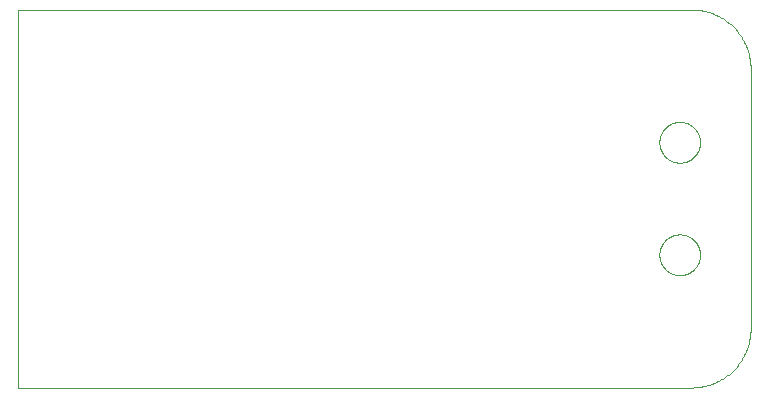
<source format=gbo>
G75*
%MOIN*%
%OFA0B0*%
%FSLAX26Y26*%
%IPPOS*%
%LPD*%
%AMOC8*
5,1,8,0,0,1.08239X$1,22.5*
%
%ADD10C,0.000000*%
D10*
X00000000Y00000000D02*
X02244094Y00000000D01*
X02248851Y00000057D01*
X02253604Y00000230D01*
X02258353Y00000517D01*
X02263093Y00000919D01*
X02267822Y00001435D01*
X02272537Y00002066D01*
X02277235Y00002810D01*
X02281914Y00003667D01*
X02286571Y00004638D01*
X02291203Y00005720D01*
X02295808Y00006914D01*
X02300382Y00008219D01*
X02304924Y00009635D01*
X02309430Y00011159D01*
X02313898Y00012792D01*
X02318325Y00014533D01*
X02322709Y00016379D01*
X02327047Y00018332D01*
X02331336Y00020388D01*
X02335575Y00022548D01*
X02339760Y00024809D01*
X02343889Y00027171D01*
X02347960Y00029632D01*
X02351970Y00032191D01*
X02355918Y00034846D01*
X02359800Y00037595D01*
X02363614Y00040437D01*
X02367359Y00043371D01*
X02371031Y00046394D01*
X02374630Y00049506D01*
X02378152Y00052703D01*
X02381596Y00055984D01*
X02384960Y00059348D01*
X02388241Y00062792D01*
X02391438Y00066314D01*
X02394550Y00069913D01*
X02397573Y00073585D01*
X02400507Y00077330D01*
X02403349Y00081144D01*
X02406098Y00085026D01*
X02408753Y00088974D01*
X02411312Y00092984D01*
X02413773Y00097055D01*
X02416135Y00101184D01*
X02418396Y00105369D01*
X02420556Y00109608D01*
X02422612Y00113897D01*
X02424565Y00118235D01*
X02426411Y00122619D01*
X02428152Y00127046D01*
X02429785Y00131514D01*
X02431309Y00136020D01*
X02432725Y00140562D01*
X02434030Y00145136D01*
X02435224Y00149741D01*
X02436306Y00154373D01*
X02437277Y00159030D01*
X02438134Y00163709D01*
X02438878Y00168407D01*
X02439509Y00173122D01*
X02440025Y00177851D01*
X02440427Y00182591D01*
X02440714Y00187340D01*
X02440887Y00192093D01*
X02440944Y00196850D01*
X02440945Y00196850D02*
X02440945Y01062992D01*
X02440944Y01062992D02*
X02440887Y01067749D01*
X02440714Y01072502D01*
X02440427Y01077251D01*
X02440025Y01081991D01*
X02439509Y01086720D01*
X02438878Y01091435D01*
X02438134Y01096133D01*
X02437277Y01100812D01*
X02436306Y01105469D01*
X02435224Y01110101D01*
X02434030Y01114706D01*
X02432725Y01119280D01*
X02431309Y01123822D01*
X02429785Y01128328D01*
X02428152Y01132796D01*
X02426411Y01137223D01*
X02424565Y01141607D01*
X02422612Y01145945D01*
X02420556Y01150234D01*
X02418396Y01154473D01*
X02416135Y01158658D01*
X02413773Y01162787D01*
X02411312Y01166858D01*
X02408753Y01170868D01*
X02406098Y01174816D01*
X02403349Y01178698D01*
X02400507Y01182512D01*
X02397573Y01186257D01*
X02394550Y01189929D01*
X02391438Y01193528D01*
X02388241Y01197050D01*
X02384960Y01200494D01*
X02381596Y01203858D01*
X02378152Y01207139D01*
X02374630Y01210336D01*
X02371031Y01213448D01*
X02367359Y01216471D01*
X02363614Y01219405D01*
X02359800Y01222247D01*
X02355918Y01224996D01*
X02351970Y01227651D01*
X02347960Y01230210D01*
X02343889Y01232671D01*
X02339760Y01235033D01*
X02335575Y01237294D01*
X02331336Y01239454D01*
X02327047Y01241510D01*
X02322709Y01243463D01*
X02318325Y01245309D01*
X02313898Y01247050D01*
X02309430Y01248683D01*
X02304924Y01250207D01*
X02300382Y01251623D01*
X02295808Y01252928D01*
X02291203Y01254122D01*
X02286571Y01255204D01*
X02281914Y01256175D01*
X02277235Y01257032D01*
X02272537Y01257776D01*
X02267822Y01258407D01*
X02263093Y01258923D01*
X02258353Y01259325D01*
X02253604Y01259612D01*
X02248851Y01259785D01*
X02244094Y01259842D01*
X02244094Y01259843D02*
X00000000Y01259843D01*
X02136811Y00817421D02*
X02136831Y00819088D01*
X02136893Y00820753D01*
X02136995Y00822417D01*
X02137138Y00824078D01*
X02137322Y00825734D01*
X02137546Y00827386D01*
X02137811Y00829032D01*
X02138116Y00830670D01*
X02138461Y00832301D01*
X02138846Y00833923D01*
X02139271Y00835534D01*
X02139735Y00837135D01*
X02140239Y00838724D01*
X02140781Y00840300D01*
X02141362Y00841863D01*
X02141981Y00843410D01*
X02142637Y00844942D01*
X02143331Y00846458D01*
X02144062Y00847955D01*
X02144830Y00849435D01*
X02145634Y00850895D01*
X02146473Y00852335D01*
X02147347Y00853754D01*
X02148256Y00855151D01*
X02149199Y00856526D01*
X02150176Y00857877D01*
X02151185Y00859203D01*
X02152227Y00860505D01*
X02153300Y00861780D01*
X02154404Y00863029D01*
X02155538Y00864250D01*
X02156702Y00865443D01*
X02157895Y00866607D01*
X02159116Y00867741D01*
X02160365Y00868845D01*
X02161640Y00869918D01*
X02162942Y00870960D01*
X02164268Y00871969D01*
X02165619Y00872946D01*
X02166994Y00873889D01*
X02168391Y00874798D01*
X02169810Y00875672D01*
X02171250Y00876511D01*
X02172710Y00877315D01*
X02174190Y00878083D01*
X02175687Y00878814D01*
X02177203Y00879508D01*
X02178735Y00880164D01*
X02180282Y00880783D01*
X02181845Y00881364D01*
X02183421Y00881906D01*
X02185010Y00882410D01*
X02186611Y00882874D01*
X02188222Y00883299D01*
X02189844Y00883684D01*
X02191475Y00884029D01*
X02193113Y00884334D01*
X02194759Y00884599D01*
X02196411Y00884823D01*
X02198067Y00885007D01*
X02199728Y00885150D01*
X02201392Y00885252D01*
X02203057Y00885314D01*
X02204724Y00885334D01*
X02206391Y00885314D01*
X02208056Y00885252D01*
X02209720Y00885150D01*
X02211381Y00885007D01*
X02213037Y00884823D01*
X02214689Y00884599D01*
X02216335Y00884334D01*
X02217973Y00884029D01*
X02219604Y00883684D01*
X02221226Y00883299D01*
X02222837Y00882874D01*
X02224438Y00882410D01*
X02226027Y00881906D01*
X02227603Y00881364D01*
X02229166Y00880783D01*
X02230713Y00880164D01*
X02232245Y00879508D01*
X02233761Y00878814D01*
X02235258Y00878083D01*
X02236738Y00877315D01*
X02238198Y00876511D01*
X02239638Y00875672D01*
X02241057Y00874798D01*
X02242454Y00873889D01*
X02243829Y00872946D01*
X02245180Y00871969D01*
X02246506Y00870960D01*
X02247808Y00869918D01*
X02249083Y00868845D01*
X02250332Y00867741D01*
X02251553Y00866607D01*
X02252746Y00865443D01*
X02253910Y00864250D01*
X02255044Y00863029D01*
X02256148Y00861780D01*
X02257221Y00860505D01*
X02258263Y00859203D01*
X02259272Y00857877D01*
X02260249Y00856526D01*
X02261192Y00855151D01*
X02262101Y00853754D01*
X02262975Y00852335D01*
X02263814Y00850895D01*
X02264618Y00849435D01*
X02265386Y00847955D01*
X02266117Y00846458D01*
X02266811Y00844942D01*
X02267467Y00843410D01*
X02268086Y00841863D01*
X02268667Y00840300D01*
X02269209Y00838724D01*
X02269713Y00837135D01*
X02270177Y00835534D01*
X02270602Y00833923D01*
X02270987Y00832301D01*
X02271332Y00830670D01*
X02271637Y00829032D01*
X02271902Y00827386D01*
X02272126Y00825734D01*
X02272310Y00824078D01*
X02272453Y00822417D01*
X02272555Y00820753D01*
X02272617Y00819088D01*
X02272637Y00817421D01*
X02272617Y00815754D01*
X02272555Y00814089D01*
X02272453Y00812425D01*
X02272310Y00810764D01*
X02272126Y00809108D01*
X02271902Y00807456D01*
X02271637Y00805810D01*
X02271332Y00804172D01*
X02270987Y00802541D01*
X02270602Y00800919D01*
X02270177Y00799308D01*
X02269713Y00797707D01*
X02269209Y00796118D01*
X02268667Y00794542D01*
X02268086Y00792979D01*
X02267467Y00791432D01*
X02266811Y00789900D01*
X02266117Y00788384D01*
X02265386Y00786887D01*
X02264618Y00785407D01*
X02263814Y00783947D01*
X02262975Y00782507D01*
X02262101Y00781088D01*
X02261192Y00779691D01*
X02260249Y00778316D01*
X02259272Y00776965D01*
X02258263Y00775639D01*
X02257221Y00774337D01*
X02256148Y00773062D01*
X02255044Y00771813D01*
X02253910Y00770592D01*
X02252746Y00769399D01*
X02251553Y00768235D01*
X02250332Y00767101D01*
X02249083Y00765997D01*
X02247808Y00764924D01*
X02246506Y00763882D01*
X02245180Y00762873D01*
X02243829Y00761896D01*
X02242454Y00760953D01*
X02241057Y00760044D01*
X02239638Y00759170D01*
X02238198Y00758331D01*
X02236738Y00757527D01*
X02235258Y00756759D01*
X02233761Y00756028D01*
X02232245Y00755334D01*
X02230713Y00754678D01*
X02229166Y00754059D01*
X02227603Y00753478D01*
X02226027Y00752936D01*
X02224438Y00752432D01*
X02222837Y00751968D01*
X02221226Y00751543D01*
X02219604Y00751158D01*
X02217973Y00750813D01*
X02216335Y00750508D01*
X02214689Y00750243D01*
X02213037Y00750019D01*
X02211381Y00749835D01*
X02209720Y00749692D01*
X02208056Y00749590D01*
X02206391Y00749528D01*
X02204724Y00749508D01*
X02203057Y00749528D01*
X02201392Y00749590D01*
X02199728Y00749692D01*
X02198067Y00749835D01*
X02196411Y00750019D01*
X02194759Y00750243D01*
X02193113Y00750508D01*
X02191475Y00750813D01*
X02189844Y00751158D01*
X02188222Y00751543D01*
X02186611Y00751968D01*
X02185010Y00752432D01*
X02183421Y00752936D01*
X02181845Y00753478D01*
X02180282Y00754059D01*
X02178735Y00754678D01*
X02177203Y00755334D01*
X02175687Y00756028D01*
X02174190Y00756759D01*
X02172710Y00757527D01*
X02171250Y00758331D01*
X02169810Y00759170D01*
X02168391Y00760044D01*
X02166994Y00760953D01*
X02165619Y00761896D01*
X02164268Y00762873D01*
X02162942Y00763882D01*
X02161640Y00764924D01*
X02160365Y00765997D01*
X02159116Y00767101D01*
X02157895Y00768235D01*
X02156702Y00769399D01*
X02155538Y00770592D01*
X02154404Y00771813D01*
X02153300Y00773062D01*
X02152227Y00774337D01*
X02151185Y00775639D01*
X02150176Y00776965D01*
X02149199Y00778316D01*
X02148256Y00779691D01*
X02147347Y00781088D01*
X02146473Y00782507D01*
X02145634Y00783947D01*
X02144830Y00785407D01*
X02144062Y00786887D01*
X02143331Y00788384D01*
X02142637Y00789900D01*
X02141981Y00791432D01*
X02141362Y00792979D01*
X02140781Y00794542D01*
X02140239Y00796118D01*
X02139735Y00797707D01*
X02139271Y00799308D01*
X02138846Y00800919D01*
X02138461Y00802541D01*
X02138116Y00804172D01*
X02137811Y00805810D01*
X02137546Y00807456D01*
X02137322Y00809108D01*
X02137138Y00810764D01*
X02136995Y00812425D01*
X02136893Y00814089D01*
X02136831Y00815754D01*
X02136811Y00817421D01*
X02136831Y00819088D01*
X02136893Y00820753D01*
X02136995Y00822417D01*
X02137138Y00824078D01*
X02137322Y00825734D01*
X02137546Y00827386D01*
X02137811Y00829032D01*
X02138116Y00830670D01*
X02138461Y00832301D01*
X02138846Y00833923D01*
X02139271Y00835534D01*
X02139735Y00837135D01*
X02140239Y00838724D01*
X02140781Y00840300D01*
X02141362Y00841863D01*
X02141981Y00843410D01*
X02142637Y00844942D01*
X02143331Y00846458D01*
X02144062Y00847955D01*
X02144830Y00849435D01*
X02145634Y00850895D01*
X02146473Y00852335D01*
X02147347Y00853754D01*
X02148256Y00855151D01*
X02149199Y00856526D01*
X02150176Y00857877D01*
X02151185Y00859203D01*
X02152227Y00860505D01*
X02153300Y00861780D01*
X02154404Y00863029D01*
X02155538Y00864250D01*
X02156702Y00865443D01*
X02157895Y00866607D01*
X02159116Y00867741D01*
X02160365Y00868845D01*
X02161640Y00869918D01*
X02162942Y00870960D01*
X02164268Y00871969D01*
X02165619Y00872946D01*
X02166994Y00873889D01*
X02168391Y00874798D01*
X02169810Y00875672D01*
X02171250Y00876511D01*
X02172710Y00877315D01*
X02174190Y00878083D01*
X02175687Y00878814D01*
X02177203Y00879508D01*
X02178735Y00880164D01*
X02180282Y00880783D01*
X02181845Y00881364D01*
X02183421Y00881906D01*
X02185010Y00882410D01*
X02186611Y00882874D01*
X02188222Y00883299D01*
X02189844Y00883684D01*
X02191475Y00884029D01*
X02193113Y00884334D01*
X02194759Y00884599D01*
X02196411Y00884823D01*
X02198067Y00885007D01*
X02199728Y00885150D01*
X02201392Y00885252D01*
X02203057Y00885314D01*
X02204724Y00885334D01*
X02206391Y00885314D01*
X02208056Y00885252D01*
X02209720Y00885150D01*
X02211381Y00885007D01*
X02213037Y00884823D01*
X02214689Y00884599D01*
X02216335Y00884334D01*
X02217973Y00884029D01*
X02219604Y00883684D01*
X02221226Y00883299D01*
X02222837Y00882874D01*
X02224438Y00882410D01*
X02226027Y00881906D01*
X02227603Y00881364D01*
X02229166Y00880783D01*
X02230713Y00880164D01*
X02232245Y00879508D01*
X02233761Y00878814D01*
X02235258Y00878083D01*
X02236738Y00877315D01*
X02238198Y00876511D01*
X02239638Y00875672D01*
X02241057Y00874798D01*
X02242454Y00873889D01*
X02243829Y00872946D01*
X02245180Y00871969D01*
X02246506Y00870960D01*
X02247808Y00869918D01*
X02249083Y00868845D01*
X02250332Y00867741D01*
X02251553Y00866607D01*
X02252746Y00865443D01*
X02253910Y00864250D01*
X02255044Y00863029D01*
X02256148Y00861780D01*
X02257221Y00860505D01*
X02258263Y00859203D01*
X02259272Y00857877D01*
X02260249Y00856526D01*
X02261192Y00855151D01*
X02262101Y00853754D01*
X02262975Y00852335D01*
X02263814Y00850895D01*
X02264618Y00849435D01*
X02265386Y00847955D01*
X02266117Y00846458D01*
X02266811Y00844942D01*
X02267467Y00843410D01*
X02268086Y00841863D01*
X02268667Y00840300D01*
X02269209Y00838724D01*
X02269713Y00837135D01*
X02270177Y00835534D01*
X02270602Y00833923D01*
X02270987Y00832301D01*
X02271332Y00830670D01*
X02271637Y00829032D01*
X02271902Y00827386D01*
X02272126Y00825734D01*
X02272310Y00824078D01*
X02272453Y00822417D01*
X02272555Y00820753D01*
X02272617Y00819088D01*
X02272637Y00817421D01*
X02272617Y00815754D01*
X02272555Y00814089D01*
X02272453Y00812425D01*
X02272310Y00810764D01*
X02272126Y00809108D01*
X02271902Y00807456D01*
X02271637Y00805810D01*
X02271332Y00804172D01*
X02270987Y00802541D01*
X02270602Y00800919D01*
X02270177Y00799308D01*
X02269713Y00797707D01*
X02269209Y00796118D01*
X02268667Y00794542D01*
X02268086Y00792979D01*
X02267467Y00791432D01*
X02266811Y00789900D01*
X02266117Y00788384D01*
X02265386Y00786887D01*
X02264618Y00785407D01*
X02263814Y00783947D01*
X02262975Y00782507D01*
X02262101Y00781088D01*
X02261192Y00779691D01*
X02260249Y00778316D01*
X02259272Y00776965D01*
X02258263Y00775639D01*
X02257221Y00774337D01*
X02256148Y00773062D01*
X02255044Y00771813D01*
X02253910Y00770592D01*
X02252746Y00769399D01*
X02251553Y00768235D01*
X02250332Y00767101D01*
X02249083Y00765997D01*
X02247808Y00764924D01*
X02246506Y00763882D01*
X02245180Y00762873D01*
X02243829Y00761896D01*
X02242454Y00760953D01*
X02241057Y00760044D01*
X02239638Y00759170D01*
X02238198Y00758331D01*
X02236738Y00757527D01*
X02235258Y00756759D01*
X02233761Y00756028D01*
X02232245Y00755334D01*
X02230713Y00754678D01*
X02229166Y00754059D01*
X02227603Y00753478D01*
X02226027Y00752936D01*
X02224438Y00752432D01*
X02222837Y00751968D01*
X02221226Y00751543D01*
X02219604Y00751158D01*
X02217973Y00750813D01*
X02216335Y00750508D01*
X02214689Y00750243D01*
X02213037Y00750019D01*
X02211381Y00749835D01*
X02209720Y00749692D01*
X02208056Y00749590D01*
X02206391Y00749528D01*
X02204724Y00749508D01*
X02203057Y00749528D01*
X02201392Y00749590D01*
X02199728Y00749692D01*
X02198067Y00749835D01*
X02196411Y00750019D01*
X02194759Y00750243D01*
X02193113Y00750508D01*
X02191475Y00750813D01*
X02189844Y00751158D01*
X02188222Y00751543D01*
X02186611Y00751968D01*
X02185010Y00752432D01*
X02183421Y00752936D01*
X02181845Y00753478D01*
X02180282Y00754059D01*
X02178735Y00754678D01*
X02177203Y00755334D01*
X02175687Y00756028D01*
X02174190Y00756759D01*
X02172710Y00757527D01*
X02171250Y00758331D01*
X02169810Y00759170D01*
X02168391Y00760044D01*
X02166994Y00760953D01*
X02165619Y00761896D01*
X02164268Y00762873D01*
X02162942Y00763882D01*
X02161640Y00764924D01*
X02160365Y00765997D01*
X02159116Y00767101D01*
X02157895Y00768235D01*
X02156702Y00769399D01*
X02155538Y00770592D01*
X02154404Y00771813D01*
X02153300Y00773062D01*
X02152227Y00774337D01*
X02151185Y00775639D01*
X02150176Y00776965D01*
X02149199Y00778316D01*
X02148256Y00779691D01*
X02147347Y00781088D01*
X02146473Y00782507D01*
X02145634Y00783947D01*
X02144830Y00785407D01*
X02144062Y00786887D01*
X02143331Y00788384D01*
X02142637Y00789900D01*
X02141981Y00791432D01*
X02141362Y00792979D01*
X02140781Y00794542D01*
X02140239Y00796118D01*
X02139735Y00797707D01*
X02139271Y00799308D01*
X02138846Y00800919D01*
X02138461Y00802541D01*
X02138116Y00804172D01*
X02137811Y00805810D01*
X02137546Y00807456D01*
X02137322Y00809108D01*
X02137138Y00810764D01*
X02136995Y00812425D01*
X02136893Y00814089D01*
X02136831Y00815754D01*
X02136811Y00817421D01*
X00000001Y01259842D02*
X00000001Y00000000D01*
X02136811Y00442421D02*
X02136831Y00444088D01*
X02136893Y00445753D01*
X02136995Y00447417D01*
X02137138Y00449078D01*
X02137322Y00450734D01*
X02137546Y00452386D01*
X02137811Y00454032D01*
X02138116Y00455670D01*
X02138461Y00457301D01*
X02138846Y00458923D01*
X02139271Y00460534D01*
X02139735Y00462135D01*
X02140239Y00463724D01*
X02140781Y00465300D01*
X02141362Y00466863D01*
X02141981Y00468410D01*
X02142637Y00469942D01*
X02143331Y00471458D01*
X02144062Y00472955D01*
X02144830Y00474435D01*
X02145634Y00475895D01*
X02146473Y00477335D01*
X02147347Y00478754D01*
X02148256Y00480151D01*
X02149199Y00481526D01*
X02150176Y00482877D01*
X02151185Y00484203D01*
X02152227Y00485505D01*
X02153300Y00486780D01*
X02154404Y00488029D01*
X02155538Y00489250D01*
X02156702Y00490443D01*
X02157895Y00491607D01*
X02159116Y00492741D01*
X02160365Y00493845D01*
X02161640Y00494918D01*
X02162942Y00495960D01*
X02164268Y00496969D01*
X02165619Y00497946D01*
X02166994Y00498889D01*
X02168391Y00499798D01*
X02169810Y00500672D01*
X02171250Y00501511D01*
X02172710Y00502315D01*
X02174190Y00503083D01*
X02175687Y00503814D01*
X02177203Y00504508D01*
X02178735Y00505164D01*
X02180282Y00505783D01*
X02181845Y00506364D01*
X02183421Y00506906D01*
X02185010Y00507410D01*
X02186611Y00507874D01*
X02188222Y00508299D01*
X02189844Y00508684D01*
X02191475Y00509029D01*
X02193113Y00509334D01*
X02194759Y00509599D01*
X02196411Y00509823D01*
X02198067Y00510007D01*
X02199728Y00510150D01*
X02201392Y00510252D01*
X02203057Y00510314D01*
X02204724Y00510334D01*
X02206391Y00510314D01*
X02208056Y00510252D01*
X02209720Y00510150D01*
X02211381Y00510007D01*
X02213037Y00509823D01*
X02214689Y00509599D01*
X02216335Y00509334D01*
X02217973Y00509029D01*
X02219604Y00508684D01*
X02221226Y00508299D01*
X02222837Y00507874D01*
X02224438Y00507410D01*
X02226027Y00506906D01*
X02227603Y00506364D01*
X02229166Y00505783D01*
X02230713Y00505164D01*
X02232245Y00504508D01*
X02233761Y00503814D01*
X02235258Y00503083D01*
X02236738Y00502315D01*
X02238198Y00501511D01*
X02239638Y00500672D01*
X02241057Y00499798D01*
X02242454Y00498889D01*
X02243829Y00497946D01*
X02245180Y00496969D01*
X02246506Y00495960D01*
X02247808Y00494918D01*
X02249083Y00493845D01*
X02250332Y00492741D01*
X02251553Y00491607D01*
X02252746Y00490443D01*
X02253910Y00489250D01*
X02255044Y00488029D01*
X02256148Y00486780D01*
X02257221Y00485505D01*
X02258263Y00484203D01*
X02259272Y00482877D01*
X02260249Y00481526D01*
X02261192Y00480151D01*
X02262101Y00478754D01*
X02262975Y00477335D01*
X02263814Y00475895D01*
X02264618Y00474435D01*
X02265386Y00472955D01*
X02266117Y00471458D01*
X02266811Y00469942D01*
X02267467Y00468410D01*
X02268086Y00466863D01*
X02268667Y00465300D01*
X02269209Y00463724D01*
X02269713Y00462135D01*
X02270177Y00460534D01*
X02270602Y00458923D01*
X02270987Y00457301D01*
X02271332Y00455670D01*
X02271637Y00454032D01*
X02271902Y00452386D01*
X02272126Y00450734D01*
X02272310Y00449078D01*
X02272453Y00447417D01*
X02272555Y00445753D01*
X02272617Y00444088D01*
X02272637Y00442421D01*
X02272617Y00440754D01*
X02272555Y00439089D01*
X02272453Y00437425D01*
X02272310Y00435764D01*
X02272126Y00434108D01*
X02271902Y00432456D01*
X02271637Y00430810D01*
X02271332Y00429172D01*
X02270987Y00427541D01*
X02270602Y00425919D01*
X02270177Y00424308D01*
X02269713Y00422707D01*
X02269209Y00421118D01*
X02268667Y00419542D01*
X02268086Y00417979D01*
X02267467Y00416432D01*
X02266811Y00414900D01*
X02266117Y00413384D01*
X02265386Y00411887D01*
X02264618Y00410407D01*
X02263814Y00408947D01*
X02262975Y00407507D01*
X02262101Y00406088D01*
X02261192Y00404691D01*
X02260249Y00403316D01*
X02259272Y00401965D01*
X02258263Y00400639D01*
X02257221Y00399337D01*
X02256148Y00398062D01*
X02255044Y00396813D01*
X02253910Y00395592D01*
X02252746Y00394399D01*
X02251553Y00393235D01*
X02250332Y00392101D01*
X02249083Y00390997D01*
X02247808Y00389924D01*
X02246506Y00388882D01*
X02245180Y00387873D01*
X02243829Y00386896D01*
X02242454Y00385953D01*
X02241057Y00385044D01*
X02239638Y00384170D01*
X02238198Y00383331D01*
X02236738Y00382527D01*
X02235258Y00381759D01*
X02233761Y00381028D01*
X02232245Y00380334D01*
X02230713Y00379678D01*
X02229166Y00379059D01*
X02227603Y00378478D01*
X02226027Y00377936D01*
X02224438Y00377432D01*
X02222837Y00376968D01*
X02221226Y00376543D01*
X02219604Y00376158D01*
X02217973Y00375813D01*
X02216335Y00375508D01*
X02214689Y00375243D01*
X02213037Y00375019D01*
X02211381Y00374835D01*
X02209720Y00374692D01*
X02208056Y00374590D01*
X02206391Y00374528D01*
X02204724Y00374508D01*
X02203057Y00374528D01*
X02201392Y00374590D01*
X02199728Y00374692D01*
X02198067Y00374835D01*
X02196411Y00375019D01*
X02194759Y00375243D01*
X02193113Y00375508D01*
X02191475Y00375813D01*
X02189844Y00376158D01*
X02188222Y00376543D01*
X02186611Y00376968D01*
X02185010Y00377432D01*
X02183421Y00377936D01*
X02181845Y00378478D01*
X02180282Y00379059D01*
X02178735Y00379678D01*
X02177203Y00380334D01*
X02175687Y00381028D01*
X02174190Y00381759D01*
X02172710Y00382527D01*
X02171250Y00383331D01*
X02169810Y00384170D01*
X02168391Y00385044D01*
X02166994Y00385953D01*
X02165619Y00386896D01*
X02164268Y00387873D01*
X02162942Y00388882D01*
X02161640Y00389924D01*
X02160365Y00390997D01*
X02159116Y00392101D01*
X02157895Y00393235D01*
X02156702Y00394399D01*
X02155538Y00395592D01*
X02154404Y00396813D01*
X02153300Y00398062D01*
X02152227Y00399337D01*
X02151185Y00400639D01*
X02150176Y00401965D01*
X02149199Y00403316D01*
X02148256Y00404691D01*
X02147347Y00406088D01*
X02146473Y00407507D01*
X02145634Y00408947D01*
X02144830Y00410407D01*
X02144062Y00411887D01*
X02143331Y00413384D01*
X02142637Y00414900D01*
X02141981Y00416432D01*
X02141362Y00417979D01*
X02140781Y00419542D01*
X02140239Y00421118D01*
X02139735Y00422707D01*
X02139271Y00424308D01*
X02138846Y00425919D01*
X02138461Y00427541D01*
X02138116Y00429172D01*
X02137811Y00430810D01*
X02137546Y00432456D01*
X02137322Y00434108D01*
X02137138Y00435764D01*
X02136995Y00437425D01*
X02136893Y00439089D01*
X02136831Y00440754D01*
X02136811Y00442421D01*
X02136831Y00444088D01*
X02136893Y00445753D01*
X02136995Y00447417D01*
X02137138Y00449078D01*
X02137322Y00450734D01*
X02137546Y00452386D01*
X02137811Y00454032D01*
X02138116Y00455670D01*
X02138461Y00457301D01*
X02138846Y00458923D01*
X02139271Y00460534D01*
X02139735Y00462135D01*
X02140239Y00463724D01*
X02140781Y00465300D01*
X02141362Y00466863D01*
X02141981Y00468410D01*
X02142637Y00469942D01*
X02143331Y00471458D01*
X02144062Y00472955D01*
X02144830Y00474435D01*
X02145634Y00475895D01*
X02146473Y00477335D01*
X02147347Y00478754D01*
X02148256Y00480151D01*
X02149199Y00481526D01*
X02150176Y00482877D01*
X02151185Y00484203D01*
X02152227Y00485505D01*
X02153300Y00486780D01*
X02154404Y00488029D01*
X02155538Y00489250D01*
X02156702Y00490443D01*
X02157895Y00491607D01*
X02159116Y00492741D01*
X02160365Y00493845D01*
X02161640Y00494918D01*
X02162942Y00495960D01*
X02164268Y00496969D01*
X02165619Y00497946D01*
X02166994Y00498889D01*
X02168391Y00499798D01*
X02169810Y00500672D01*
X02171250Y00501511D01*
X02172710Y00502315D01*
X02174190Y00503083D01*
X02175687Y00503814D01*
X02177203Y00504508D01*
X02178735Y00505164D01*
X02180282Y00505783D01*
X02181845Y00506364D01*
X02183421Y00506906D01*
X02185010Y00507410D01*
X02186611Y00507874D01*
X02188222Y00508299D01*
X02189844Y00508684D01*
X02191475Y00509029D01*
X02193113Y00509334D01*
X02194759Y00509599D01*
X02196411Y00509823D01*
X02198067Y00510007D01*
X02199728Y00510150D01*
X02201392Y00510252D01*
X02203057Y00510314D01*
X02204724Y00510334D01*
X02206391Y00510314D01*
X02208056Y00510252D01*
X02209720Y00510150D01*
X02211381Y00510007D01*
X02213037Y00509823D01*
X02214689Y00509599D01*
X02216335Y00509334D01*
X02217973Y00509029D01*
X02219604Y00508684D01*
X02221226Y00508299D01*
X02222837Y00507874D01*
X02224438Y00507410D01*
X02226027Y00506906D01*
X02227603Y00506364D01*
X02229166Y00505783D01*
X02230713Y00505164D01*
X02232245Y00504508D01*
X02233761Y00503814D01*
X02235258Y00503083D01*
X02236738Y00502315D01*
X02238198Y00501511D01*
X02239638Y00500672D01*
X02241057Y00499798D01*
X02242454Y00498889D01*
X02243829Y00497946D01*
X02245180Y00496969D01*
X02246506Y00495960D01*
X02247808Y00494918D01*
X02249083Y00493845D01*
X02250332Y00492741D01*
X02251553Y00491607D01*
X02252746Y00490443D01*
X02253910Y00489250D01*
X02255044Y00488029D01*
X02256148Y00486780D01*
X02257221Y00485505D01*
X02258263Y00484203D01*
X02259272Y00482877D01*
X02260249Y00481526D01*
X02261192Y00480151D01*
X02262101Y00478754D01*
X02262975Y00477335D01*
X02263814Y00475895D01*
X02264618Y00474435D01*
X02265386Y00472955D01*
X02266117Y00471458D01*
X02266811Y00469942D01*
X02267467Y00468410D01*
X02268086Y00466863D01*
X02268667Y00465300D01*
X02269209Y00463724D01*
X02269713Y00462135D01*
X02270177Y00460534D01*
X02270602Y00458923D01*
X02270987Y00457301D01*
X02271332Y00455670D01*
X02271637Y00454032D01*
X02271902Y00452386D01*
X02272126Y00450734D01*
X02272310Y00449078D01*
X02272453Y00447417D01*
X02272555Y00445753D01*
X02272617Y00444088D01*
X02272637Y00442421D01*
X02272617Y00440754D01*
X02272555Y00439089D01*
X02272453Y00437425D01*
X02272310Y00435764D01*
X02272126Y00434108D01*
X02271902Y00432456D01*
X02271637Y00430810D01*
X02271332Y00429172D01*
X02270987Y00427541D01*
X02270602Y00425919D01*
X02270177Y00424308D01*
X02269713Y00422707D01*
X02269209Y00421118D01*
X02268667Y00419542D01*
X02268086Y00417979D01*
X02267467Y00416432D01*
X02266811Y00414900D01*
X02266117Y00413384D01*
X02265386Y00411887D01*
X02264618Y00410407D01*
X02263814Y00408947D01*
X02262975Y00407507D01*
X02262101Y00406088D01*
X02261192Y00404691D01*
X02260249Y00403316D01*
X02259272Y00401965D01*
X02258263Y00400639D01*
X02257221Y00399337D01*
X02256148Y00398062D01*
X02255044Y00396813D01*
X02253910Y00395592D01*
X02252746Y00394399D01*
X02251553Y00393235D01*
X02250332Y00392101D01*
X02249083Y00390997D01*
X02247808Y00389924D01*
X02246506Y00388882D01*
X02245180Y00387873D01*
X02243829Y00386896D01*
X02242454Y00385953D01*
X02241057Y00385044D01*
X02239638Y00384170D01*
X02238198Y00383331D01*
X02236738Y00382527D01*
X02235258Y00381759D01*
X02233761Y00381028D01*
X02232245Y00380334D01*
X02230713Y00379678D01*
X02229166Y00379059D01*
X02227603Y00378478D01*
X02226027Y00377936D01*
X02224438Y00377432D01*
X02222837Y00376968D01*
X02221226Y00376543D01*
X02219604Y00376158D01*
X02217973Y00375813D01*
X02216335Y00375508D01*
X02214689Y00375243D01*
X02213037Y00375019D01*
X02211381Y00374835D01*
X02209720Y00374692D01*
X02208056Y00374590D01*
X02206391Y00374528D01*
X02204724Y00374508D01*
X02203057Y00374528D01*
X02201392Y00374590D01*
X02199728Y00374692D01*
X02198067Y00374835D01*
X02196411Y00375019D01*
X02194759Y00375243D01*
X02193113Y00375508D01*
X02191475Y00375813D01*
X02189844Y00376158D01*
X02188222Y00376543D01*
X02186611Y00376968D01*
X02185010Y00377432D01*
X02183421Y00377936D01*
X02181845Y00378478D01*
X02180282Y00379059D01*
X02178735Y00379678D01*
X02177203Y00380334D01*
X02175687Y00381028D01*
X02174190Y00381759D01*
X02172710Y00382527D01*
X02171250Y00383331D01*
X02169810Y00384170D01*
X02168391Y00385044D01*
X02166994Y00385953D01*
X02165619Y00386896D01*
X02164268Y00387873D01*
X02162942Y00388882D01*
X02161640Y00389924D01*
X02160365Y00390997D01*
X02159116Y00392101D01*
X02157895Y00393235D01*
X02156702Y00394399D01*
X02155538Y00395592D01*
X02154404Y00396813D01*
X02153300Y00398062D01*
X02152227Y00399337D01*
X02151185Y00400639D01*
X02150176Y00401965D01*
X02149199Y00403316D01*
X02148256Y00404691D01*
X02147347Y00406088D01*
X02146473Y00407507D01*
X02145634Y00408947D01*
X02144830Y00410407D01*
X02144062Y00411887D01*
X02143331Y00413384D01*
X02142637Y00414900D01*
X02141981Y00416432D01*
X02141362Y00417979D01*
X02140781Y00419542D01*
X02140239Y00421118D01*
X02139735Y00422707D01*
X02139271Y00424308D01*
X02138846Y00425919D01*
X02138461Y00427541D01*
X02138116Y00429172D01*
X02137811Y00430810D01*
X02137546Y00432456D01*
X02137322Y00434108D01*
X02137138Y00435764D01*
X02136995Y00437425D01*
X02136893Y00439089D01*
X02136831Y00440754D01*
X02136811Y00442421D01*
M02*

</source>
